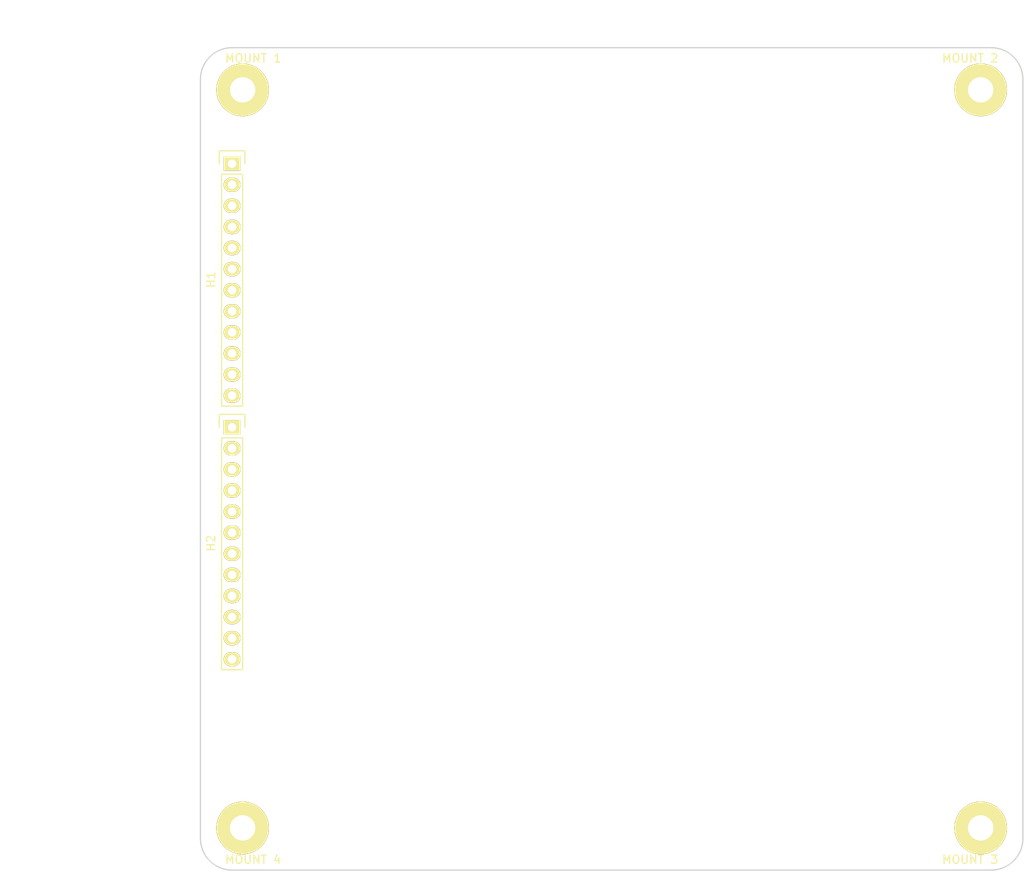
<source format=kicad_pcb>
(kicad_pcb (version 4) (host pcbnew 4.0.1-stable)

  (general
    (links 0)
    (no_connects 0)
    (area 44.374999 74.854999 143.585001 174.065001)
    (thickness 1.6)
    (drawings 15)
    (tracks 0)
    (zones 0)
    (modules 6)
    (nets 25)
  )

  (page A4)
  (layers
    (0 F.Cu signal)
    (31 B.Cu signal)
    (32 B.Adhes user)
    (33 F.Adhes user)
    (34 B.Paste user)
    (35 F.Paste user)
    (36 B.SilkS user)
    (37 F.SilkS user)
    (38 B.Mask user)
    (39 F.Mask user)
    (40 Dwgs.User user)
    (41 Cmts.User user)
    (42 Eco1.User user)
    (43 Eco2.User user)
    (44 Edge.Cuts user)
    (45 Margin user)
    (46 B.CrtYd user)
    (47 F.CrtYd user)
    (48 B.Fab user)
    (49 F.Fab user)
  )

  (setup
    (last_trace_width 0.25)
    (trace_clearance 0.2)
    (zone_clearance 0.508)
    (zone_45_only no)
    (trace_min 0.2)
    (segment_width 0.2)
    (edge_width 0.15)
    (via_size 0.6)
    (via_drill 0.4)
    (via_min_size 0.4)
    (via_min_drill 0.3)
    (uvia_size 0.3)
    (uvia_drill 0.1)
    (uvias_allowed no)
    (uvia_min_size 0.2)
    (uvia_min_drill 0.1)
    (pcb_text_width 0.3)
    (pcb_text_size 1.5 1.5)
    (mod_edge_width 0.15)
    (mod_text_size 1 1)
    (mod_text_width 0.15)
    (pad_size 1.524 1.524)
    (pad_drill 0.762)
    (pad_to_mask_clearance 0.2)
    (aux_axis_origin 44.45 74.93)
    (visible_elements 7FFFFFFF)
    (pcbplotparams
      (layerselection 0x00030_80000001)
      (usegerberextensions false)
      (excludeedgelayer true)
      (linewidth 0.100000)
      (plotframeref false)
      (viasonmask false)
      (mode 1)
      (useauxorigin false)
      (hpglpennumber 1)
      (hpglpenspeed 20)
      (hpglpendiameter 15)
      (hpglpenoverlay 2)
      (psnegative false)
      (psa4output false)
      (plotreference true)
      (plotvalue true)
      (plotinvisibletext false)
      (padsonsilk false)
      (subtractmaskfromsilk false)
      (outputformat 1)
      (mirror false)
      (drillshape 1)
      (scaleselection 1)
      (outputdirectory ""))
  )

  (net 0 "")
  (net 1 VCC)
  (net 2 VDD)
  (net 3 DATA7)
  (net 4 DATA6)
  (net 5 DATA5)
  (net 6 DATA4)
  (net 7 DATA3)
  (net 8 DATA2)
  (net 9 DATA1)
  (net 10 DATA0)
  (net 11 READ5)
  (net 12 READ4)
  (net 13 READ3)
  (net 14 READ2)
  (net 15 READ1)
  (net 16 READ0)
  (net 17 WRITE5)
  (net 18 WRITE4)
  (net 19 WRITE3)
  (net 20 WRITE2)
  (net 21 WRITE1)
  (net 22 WRITE0)
  (net 23 "Net-(H2-Pad11)")
  (net 24 "Net-(H2-Pad12)")

  (net_class Default "This is the default net class."
    (clearance 0.2)
    (trace_width 0.25)
    (via_dia 0.6)
    (via_drill 0.4)
    (uvia_dia 0.3)
    (uvia_drill 0.1)
    (add_net DATA0)
    (add_net DATA1)
    (add_net DATA2)
    (add_net DATA3)
    (add_net DATA4)
    (add_net DATA5)
    (add_net DATA6)
    (add_net DATA7)
    (add_net "Net-(H2-Pad11)")
    (add_net "Net-(H2-Pad12)")
    (add_net READ0)
    (add_net READ1)
    (add_net READ2)
    (add_net READ3)
    (add_net READ4)
    (add_net READ5)
    (add_net VCC)
    (add_net VDD)
    (add_net WRITE0)
    (add_net WRITE1)
    (add_net WRITE2)
    (add_net WRITE3)
    (add_net WRITE4)
    (add_net WRITE5)
  )

  (module Connect:1pin (layer F.Cu) (tedit 56B94838) (tstamp 56B93133)
    (at 49.53 80.01)
    (descr "module 1 pin (ou trou mecanique de percage)")
    (tags DEV)
    (fp_text reference "MOUNT 1" (at 1.27 -3.81) (layer F.SilkS)
      (effects (font (size 1 1) (thickness 0.15)))
    )
    (fp_text value 1pin (at 0 2.794) (layer F.Fab)
      (effects (font (size 1 1) (thickness 0.15)))
    )
    (fp_circle (center 0 0) (end 0 -2.286) (layer F.SilkS) (width 0.15))
    (pad 1 thru_hole circle (at 0 0) (size 6.35 6.35) (drill 3.048) (layers *.Cu *.Mask F.SilkS))
  )

  (module Connect:1pin (layer F.Cu) (tedit 56B9484D) (tstamp 56B9367B)
    (at 138.43 80.01)
    (descr "module 1 pin (ou trou mecanique de percage)")
    (tags DEV)
    (fp_text reference "MOUNT 2" (at -1.27 -3.81) (layer F.SilkS)
      (effects (font (size 1 1) (thickness 0.15)))
    )
    (fp_text value 1pin (at 0 2.794) (layer F.Fab)
      (effects (font (size 1 1) (thickness 0.15)))
    )
    (fp_circle (center 0 0) (end 0 -2.286) (layer F.SilkS) (width 0.15))
    (pad 1 thru_hole circle (at 0 0) (size 6.35 6.35) (drill 3.048) (layers *.Cu *.Mask F.SilkS))
  )

  (module Connect:1pin (layer F.Cu) (tedit 56B94869) (tstamp 56B93693)
    (at 138.43 168.91)
    (descr "module 1 pin (ou trou mecanique de percage)")
    (tags DEV)
    (fp_text reference "MOUNT 3" (at -1.27 3.81) (layer F.SilkS)
      (effects (font (size 1 1) (thickness 0.15)))
    )
    (fp_text value 1pin (at 0 2.794) (layer F.Fab)
      (effects (font (size 1 1) (thickness 0.15)))
    )
    (fp_circle (center 0 0) (end 0 -2.286) (layer F.SilkS) (width 0.15))
    (pad 1 thru_hole circle (at 0 0) (size 6.35 6.35) (drill 3.048) (layers *.Cu *.Mask F.SilkS))
  )

  (module Connect:1pin (layer F.Cu) (tedit 56B9487F) (tstamp 56B936A2)
    (at 49.53 168.91)
    (descr "module 1 pin (ou trou mecanique de percage)")
    (tags DEV)
    (fp_text reference "MOUNT 4" (at 1.27 3.81) (layer F.SilkS)
      (effects (font (size 1 1) (thickness 0.15)))
    )
    (fp_text value 1pin (at 0 2.794) (layer F.Fab)
      (effects (font (size 1 1) (thickness 0.15)))
    )
    (fp_circle (center 0 0) (end 0 -2.286) (layer F.SilkS) (width 0.15))
    (pad 1 thru_hole circle (at 0 0) (size 6.35 6.35) (drill 3.048) (layers *.Cu *.Mask F.SilkS))
  )

  (module Socket_Strips:Socket_Strip_Straight_1x12 (layer F.Cu) (tedit 56B93A69) (tstamp 56B92A65)
    (at 48.26 88.9 270)
    (descr "Through hole socket strip")
    (tags "socket strip")
    (path /56B9280A)
    (fp_text reference H1 (at 13.97 2.54 270) (layer F.SilkS)
      (effects (font (size 1 1) (thickness 0.15)))
    )
    (fp_text value CONN_01X12 (at 13.97 -2.54 270) (layer F.Fab)
      (effects (font (size 1 1) (thickness 0.15)))
    )
    (fp_line (start -1.75 -1.75) (end -1.75 1.75) (layer F.CrtYd) (width 0.05))
    (fp_line (start 29.7 -1.75) (end 29.7 1.75) (layer F.CrtYd) (width 0.05))
    (fp_line (start -1.75 -1.75) (end 29.7 -1.75) (layer F.CrtYd) (width 0.05))
    (fp_line (start -1.75 1.75) (end 29.7 1.75) (layer F.CrtYd) (width 0.05))
    (fp_line (start 1.27 1.27) (end 29.21 1.27) (layer F.SilkS) (width 0.15))
    (fp_line (start 29.21 1.27) (end 29.21 -1.27) (layer F.SilkS) (width 0.15))
    (fp_line (start 29.21 -1.27) (end 1.27 -1.27) (layer F.SilkS) (width 0.15))
    (fp_line (start -1.55 1.55) (end 0 1.55) (layer F.SilkS) (width 0.15))
    (fp_line (start 1.27 1.27) (end 1.27 -1.27) (layer F.SilkS) (width 0.15))
    (fp_line (start 0 -1.55) (end -1.55 -1.55) (layer F.SilkS) (width 0.15))
    (fp_line (start -1.55 -1.55) (end -1.55 1.55) (layer F.SilkS) (width 0.15))
    (pad 1 thru_hole rect (at 0 0 270) (size 1.7272 2.032) (drill 1.016) (layers *.Cu *.Mask F.SilkS)
      (net 1 VCC))
    (pad 2 thru_hole oval (at 2.54 0 270) (size 1.7272 2.032) (drill 1.016) (layers *.Cu *.Mask F.SilkS)
      (net 2 VDD))
    (pad 3 thru_hole oval (at 5.08 0 270) (size 1.7272 2.032) (drill 1.016) (layers *.Cu *.Mask F.SilkS)
      (net 3 DATA7))
    (pad 4 thru_hole oval (at 7.62 0 270) (size 1.7272 2.032) (drill 1.016) (layers *.Cu *.Mask F.SilkS)
      (net 4 DATA6))
    (pad 5 thru_hole oval (at 10.16 0 270) (size 1.7272 2.032) (drill 1.016) (layers *.Cu *.Mask F.SilkS)
      (net 5 DATA5))
    (pad 6 thru_hole oval (at 12.7 0 270) (size 1.7272 2.032) (drill 1.016) (layers *.Cu *.Mask F.SilkS)
      (net 6 DATA4))
    (pad 7 thru_hole oval (at 15.24 0 270) (size 1.7272 2.032) (drill 1.016) (layers *.Cu *.Mask F.SilkS)
      (net 7 DATA3))
    (pad 8 thru_hole oval (at 17.78 0 270) (size 1.7272 2.032) (drill 1.016) (layers *.Cu *.Mask F.SilkS)
      (net 8 DATA2))
    (pad 9 thru_hole oval (at 20.32 0 270) (size 1.7272 2.032) (drill 1.016) (layers *.Cu *.Mask F.SilkS)
      (net 9 DATA1))
    (pad 10 thru_hole oval (at 22.86 0 270) (size 1.7272 2.032) (drill 1.016) (layers *.Cu *.Mask F.SilkS)
      (net 10 DATA0))
    (pad 11 thru_hole oval (at 25.4 0 270) (size 1.7272 2.032) (drill 1.016) (layers *.Cu *.Mask F.SilkS)
      (net 11 READ5))
    (pad 12 thru_hole oval (at 27.94 0 270) (size 1.7272 2.032) (drill 1.016) (layers *.Cu *.Mask F.SilkS)
      (net 12 READ4))
    (model Socket_Strips.3dshapes/Socket_Strip_Straight_1x12.wrl
      (at (xyz 0.55 0 0))
      (scale (xyz 1 1 1))
      (rotate (xyz 0 0 180))
    )
  )

  (module Socket_Strips:Socket_Strip_Straight_1x12 (layer F.Cu) (tedit 56B94777) (tstamp 56B9476C)
    (at 48.26 120.65 270)
    (descr "Through hole socket strip")
    (tags "socket strip")
    (path /56B946D3)
    (fp_text reference H2 (at 13.97 2.54 270) (layer F.SilkS)
      (effects (font (size 1 1) (thickness 0.15)))
    )
    (fp_text value CONN_01X12 (at 13.97 -2.54 270) (layer F.Fab)
      (effects (font (size 1 1) (thickness 0.15)))
    )
    (fp_line (start -1.75 -1.75) (end -1.75 1.75) (layer F.CrtYd) (width 0.05))
    (fp_line (start 29.7 -1.75) (end 29.7 1.75) (layer F.CrtYd) (width 0.05))
    (fp_line (start -1.75 -1.75) (end 29.7 -1.75) (layer F.CrtYd) (width 0.05))
    (fp_line (start -1.75 1.75) (end 29.7 1.75) (layer F.CrtYd) (width 0.05))
    (fp_line (start 1.27 1.27) (end 29.21 1.27) (layer F.SilkS) (width 0.15))
    (fp_line (start 29.21 1.27) (end 29.21 -1.27) (layer F.SilkS) (width 0.15))
    (fp_line (start 29.21 -1.27) (end 1.27 -1.27) (layer F.SilkS) (width 0.15))
    (fp_line (start -1.55 1.55) (end 0 1.55) (layer F.SilkS) (width 0.15))
    (fp_line (start 1.27 1.27) (end 1.27 -1.27) (layer F.SilkS) (width 0.15))
    (fp_line (start 0 -1.55) (end -1.55 -1.55) (layer F.SilkS) (width 0.15))
    (fp_line (start -1.55 -1.55) (end -1.55 1.55) (layer F.SilkS) (width 0.15))
    (pad 1 thru_hole rect (at 0 0 270) (size 1.7272 2.032) (drill 1.016) (layers *.Cu *.Mask F.SilkS)
      (net 13 READ3))
    (pad 2 thru_hole oval (at 2.54 0 270) (size 1.7272 2.032) (drill 1.016) (layers *.Cu *.Mask F.SilkS)
      (net 14 READ2))
    (pad 3 thru_hole oval (at 5.08 0 270) (size 1.7272 2.032) (drill 1.016) (layers *.Cu *.Mask F.SilkS)
      (net 15 READ1))
    (pad 4 thru_hole oval (at 7.62 0 270) (size 1.7272 2.032) (drill 1.016) (layers *.Cu *.Mask F.SilkS)
      (net 16 READ0))
    (pad 5 thru_hole oval (at 10.16 0 270) (size 1.7272 2.032) (drill 1.016) (layers *.Cu *.Mask F.SilkS)
      (net 17 WRITE5))
    (pad 6 thru_hole oval (at 12.7 0 270) (size 1.7272 2.032) (drill 1.016) (layers *.Cu *.Mask F.SilkS)
      (net 18 WRITE4))
    (pad 7 thru_hole oval (at 15.24 0 270) (size 1.7272 2.032) (drill 1.016) (layers *.Cu *.Mask F.SilkS)
      (net 19 WRITE3))
    (pad 8 thru_hole oval (at 17.78 0 270) (size 1.7272 2.032) (drill 1.016) (layers *.Cu *.Mask F.SilkS)
      (net 20 WRITE2))
    (pad 9 thru_hole oval (at 20.32 0 270) (size 1.7272 2.032) (drill 1.016) (layers *.Cu *.Mask F.SilkS)
      (net 21 WRITE1))
    (pad 10 thru_hole oval (at 22.86 0 270) (size 1.7272 2.032) (drill 1.016) (layers *.Cu *.Mask F.SilkS)
      (net 22 WRITE0))
    (pad 11 thru_hole oval (at 25.4 0 270) (size 1.7272 2.032) (drill 1.016) (layers *.Cu *.Mask F.SilkS)
      (net 23 "Net-(H2-Pad11)"))
    (pad 12 thru_hole oval (at 27.94 0 270) (size 1.7272 2.032) (drill 1.016) (layers *.Cu *.Mask F.SilkS)
      (net 24 "Net-(H2-Pad12)"))
    (model Socket_Strips.3dshapes/Socket_Strip_Straight_1x12.wrl
      (at (xyz 0.55 0 0))
      (scale (xyz 1 1 1))
      (rotate (xyz 0 0 180))
    )
  )

  (gr_line (start 139.7 74.93) (end 48.26 74.93) (angle 90) (layer Edge.Cuts) (width 0.15))
  (gr_line (start 143.51 170.18) (end 143.51 78.74) (angle 90) (layer Edge.Cuts) (width 0.15))
  (gr_line (start 48.26 173.99) (end 139.7 173.99) (angle 90) (layer Edge.Cuts) (width 0.15))
  (gr_arc (start 139.7 170.18) (end 143.51 170.18) (angle 90) (layer Edge.Cuts) (width 0.15))
  (gr_arc (start 139.7 78.74) (end 139.7 74.93) (angle 90) (layer Edge.Cuts) (width 0.15))
  (gr_arc (start 48.26 170.18) (end 48.26 173.99) (angle 90) (layer Edge.Cuts) (width 0.15))
  (gr_arc (start 48.26 78.74) (end 44.45 78.74) (angle 90) (layer Edge.Cuts) (width 0.15))
  (gr_line (start 44.45 170.18) (end 44.45 78.74) (angle 90) (layer Edge.Cuts) (width 0.15))
  (gr_line (start 143.51 173.99) (end 44.45 173.99) (angle 90) (layer Cmts.User) (width 0.2))
  (gr_line (start 143.51 74.93) (end 143.51 173.99) (angle 90) (layer Cmts.User) (width 0.2))
  (gr_line (start 44.45 74.93) (end 143.51 74.93) (angle 90) (layer Cmts.User) (width 0.2))
  (dimension 99.06 (width 0.3) (layer Cmts.User)
    (gr_text "99.060 mm" (at 93.98 71.04) (layer Cmts.User)
      (effects (font (size 1.5 1.5) (thickness 0.3)))
    )
    (feature1 (pts (xy 143.51 74.93) (xy 143.51 69.69)))
    (feature2 (pts (xy 44.45 74.93) (xy 44.45 69.69)))
    (crossbar (pts (xy 44.45 72.39) (xy 143.51 72.39)))
    (arrow1a (pts (xy 143.51 72.39) (xy 142.383496 72.976421)))
    (arrow1b (pts (xy 143.51 72.39) (xy 142.383496 71.803579)))
    (arrow2a (pts (xy 44.45 72.39) (xy 45.576504 72.976421)))
    (arrow2b (pts (xy 44.45 72.39) (xy 45.576504 71.803579)))
  )
  (dimension 99.06 (width 0.3) (layer Cmts.User)
    (gr_text "99.060 mm" (at 39.29 124.46 90) (layer Cmts.User)
      (effects (font (size 1.5 1.5) (thickness 0.3)))
    )
    (feature1 (pts (xy 43.18 74.93) (xy 37.94 74.93)))
    (feature2 (pts (xy 43.18 173.99) (xy 37.94 173.99)))
    (crossbar (pts (xy 40.64 173.99) (xy 40.64 74.93)))
    (arrow1a (pts (xy 40.64 74.93) (xy 41.226421 76.056504)))
    (arrow1b (pts (xy 40.64 74.93) (xy 40.053579 76.056504)))
    (arrow2a (pts (xy 40.64 173.99) (xy 41.226421 172.863496)))
    (arrow2b (pts (xy 40.64 173.99) (xy 40.053579 172.863496)))
  )
  (gr_line (start 44.45 74.93) (end 44.45 173.99) (angle 90) (layer Cmts.User) (width 0.2))
  (dimension 99.06 (width 0.3) (layer Cmts.User)
    (gr_text "99.060 mm" (at 26.59 125.73 270) (layer Cmts.User) (tstamp 56B92DE3)
      (effects (font (size 1.5 1.5) (thickness 0.3)))
    )
    (feature1 (pts (xy 30.48 175.26) (xy 25.24 175.26)))
    (feature2 (pts (xy 30.48 76.2) (xy 25.24 76.2)))
    (crossbar (pts (xy 27.94 76.2) (xy 27.94 175.26)))
    (arrow1a (pts (xy 27.94 175.26) (xy 27.353579 174.133496)))
    (arrow1b (pts (xy 27.94 175.26) (xy 28.526421 174.133496)))
    (arrow2a (pts (xy 27.94 76.2) (xy 27.353579 77.326504)))
    (arrow2b (pts (xy 27.94 76.2) (xy 28.526421 77.326504)))
  )

)

</source>
